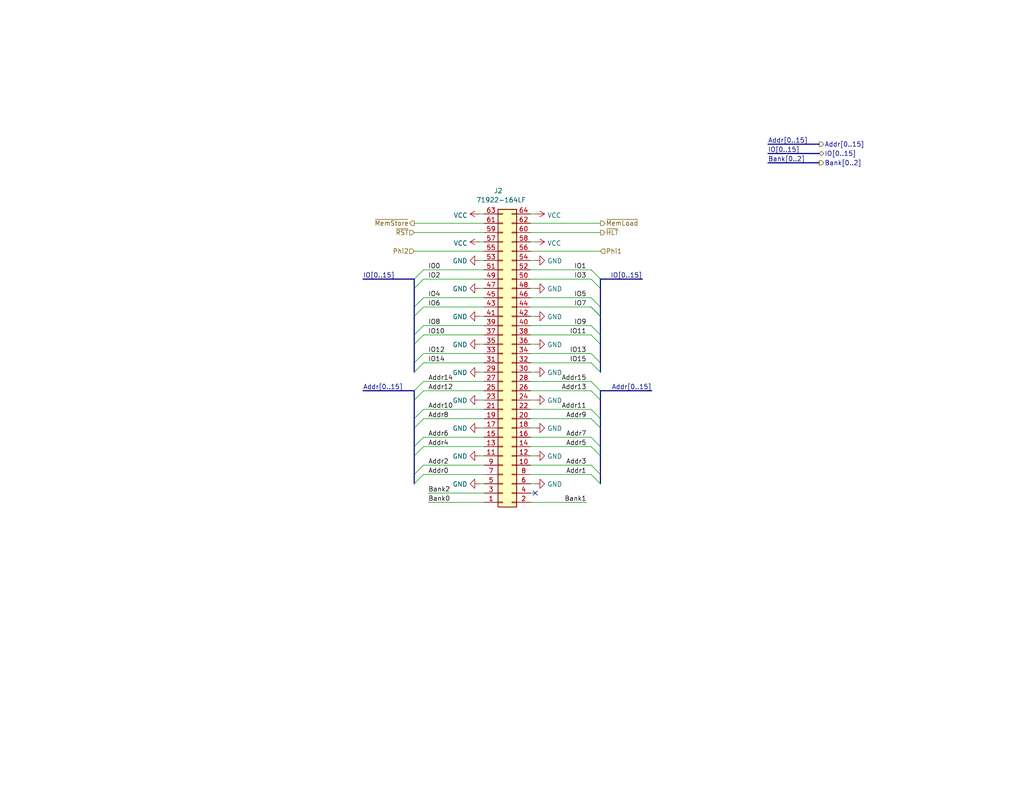
<source format=kicad_sch>
(kicad_sch (version 20230121) (generator eeschema)
  (paper "USLetter")
  (title_block (title "Turtle16: System Bus Connector") (date "2023-11-27") (rev "A") (comment 4 "Peripheral devices on separate boards connect to the system bus here."))
  (lib_symbols
    (symbol "Connector_Generic:Conn_02x32_Odd_Even" (pin_names (offset 1.016) hide)
      (property "Reference" "J" (at 1.27 40.64 0))
      (property "Value" "Conn_02x32_Odd_Even" (at 1.27 -43.18 0))
      (symbol "Conn_02x32_Odd_Even_1_1"
        (rectangle (start -1.27 -40.513) (end 0 -40.767) (stroke (width 0.1524)))
        (rectangle (start -1.27 -37.973) (end 0 -38.227) (stroke (width 0.1524)))
        (rectangle (start -1.27 -35.433) (end 0 -35.687) (stroke (width 0.1524)))
        (rectangle (start -1.27 -32.893) (end 0 -33.147) (stroke (width 0.1524)))
        (rectangle (start -1.27 -30.353) (end 0 -30.607) (stroke (width 0.1524)))
        (rectangle (start -1.27 -27.813) (end 0 -28.067) (stroke (width 0.1524)))
        (rectangle (start -1.27 -25.273) (end 0 -25.527) (stroke (width 0.1524)))
        (rectangle (start -1.27 -22.733) (end 0 -22.987) (stroke (width 0.1524)))
        (rectangle (start -1.27 -20.193) (end 0 -20.447) (stroke (width 0.1524)))
        (rectangle (start -1.27 -17.653) (end 0 -17.907) (stroke (width 0.1524)))
        (rectangle (start -1.27 -15.113) (end 0 -15.367) (stroke (width 0.1524)))
        (rectangle (start -1.27 -12.573) (end 0 -12.827) (stroke (width 0.1524)))
        (rectangle (start -1.27 -10.033) (end 0 -10.287) (stroke (width 0.1524)))
        (rectangle (start -1.27 -7.493) (end 0 -7.747) (stroke (width 0.1524)))
        (rectangle (start -1.27 -4.953) (end 0 -5.207) (stroke (width 0.1524)))
        (rectangle (start -1.27 -2.413) (end 0 -2.667) (stroke (width 0.1524)))
        (rectangle (start -1.27 0.127) (end 0 -0.127) (stroke (width 0.1524)))
        (rectangle (start -1.27 2.667) (end 0 2.413) (stroke (width 0.1524)))
        (rectangle (start -1.27 5.207) (end 0 4.953) (stroke (width 0.1524)))
        (rectangle (start -1.27 7.747) (end 0 7.493) (stroke (width 0.1524)))
        (rectangle (start -1.27 10.287) (end 0 10.033) (stroke (width 0.1524)))
        (rectangle (start -1.27 12.827) (end 0 12.573) (stroke (width 0.1524)))
        (rectangle (start -1.27 15.367) (end 0 15.113) (stroke (width 0.1524)))
        (rectangle (start -1.27 17.907) (end 0 17.653) (stroke (width 0.1524)))
        (rectangle (start -1.27 20.447) (end 0 20.193) (stroke (width 0.1524)))
        (rectangle (start -1.27 22.987) (end 0 22.733) (stroke (width 0.1524)))
        (rectangle (start -1.27 25.527) (end 0 25.273) (stroke (width 0.1524)))
        (rectangle (start -1.27 28.067) (end 0 27.813) (stroke (width 0.1524)))
        (rectangle (start -1.27 30.607) (end 0 30.353) (stroke (width 0.1524)))
        (rectangle (start -1.27 33.147) (end 0 32.893) (stroke (width 0.1524)))
        (rectangle (start -1.27 35.687) (end 0 35.433) (stroke (width 0.1524)))
        (rectangle (start -1.27 38.227) (end 0 37.973) (stroke (width 0.1524)))
        (rectangle (start -1.27 39.37) (end 3.81 -41.91) (stroke (width 0.254)) (fill (type background)))
        (rectangle (start 3.81 -40.513) (end 2.54 -40.767) (stroke (width 0.1524)))
        (rectangle (start 3.81 -37.973) (end 2.54 -38.227) (stroke (width 0.1524)))
        (rectangle (start 3.81 -35.433) (end 2.54 -35.687) (stroke (width 0.1524)))
        (rectangle (start 3.81 -32.893) (end 2.54 -33.147) (stroke (width 0.1524)))
        (rectangle (start 3.81 -30.353) (end 2.54 -30.607) (stroke (width 0.1524)))
        (rectangle (start 3.81 -27.813) (end 2.54 -28.067) (stroke (width 0.1524)))
        (rectangle (start 3.81 -25.273) (end 2.54 -25.527) (stroke (width 0.1524)))
        (rectangle (start 3.81 -22.733) (end 2.54 -22.987) (stroke (width 0.1524)))
        (rectangle (start 3.81 -20.193) (end 2.54 -20.447) (stroke (width 0.1524)))
        (rectangle (start 3.81 -17.653) (end 2.54 -17.907) (stroke (width 0.1524)))
        (rectangle (start 3.81 -15.113) (end 2.54 -15.367) (stroke (width 0.1524)))
        (rectangle (start 3.81 -12.573) (end 2.54 -12.827) (stroke (width 0.1524)))
        (rectangle (start 3.81 -10.033) (end 2.54 -10.287) (stroke (width 0.1524)))
        (rectangle (start 3.81 -7.493) (end 2.54 -7.747) (stroke (width 0.1524)))
        (rectangle (start 3.81 -4.953) (end 2.54 -5.207) (stroke (width 0.1524)))
        (rectangle (start 3.81 -2.413) (end 2.54 -2.667) (stroke (width 0.1524)))
        (rectangle (start 3.81 0.127) (end 2.54 -0.127) (stroke (width 0.1524)))
        (rectangle (start 3.81 2.667) (end 2.54 2.413) (stroke (width 0.1524)))
        (rectangle (start 3.81 5.207) (end 2.54 4.953) (stroke (width 0.1524)))
        (rectangle (start 3.81 7.747) (end 2.54 7.493) (stroke (width 0.1524)))
        (rectangle (start 3.81 10.287) (end 2.54 10.033) (stroke (width 0.1524)))
        (rectangle (start 3.81 12.827) (end 2.54 12.573) (stroke (width 0.1524)))
        (rectangle (start 3.81 15.367) (end 2.54 15.113) (stroke (width 0.1524)))
        (rectangle (start 3.81 17.907) (end 2.54 17.653) (stroke (width 0.1524)))
        (rectangle (start 3.81 20.447) (end 2.54 20.193) (stroke (width 0.1524)))
        (rectangle (start 3.81 22.987) (end 2.54 22.733) (stroke (width 0.1524)))
        (rectangle (start 3.81 25.527) (end 2.54 25.273) (stroke (width 0.1524)))
        (rectangle (start 3.81 28.067) (end 2.54 27.813) (stroke (width 0.1524)))
        (rectangle (start 3.81 30.607) (end 2.54 30.353) (stroke (width 0.1524)))
        (rectangle (start 3.81 33.147) (end 2.54 32.893) (stroke (width 0.1524)))
        (rectangle (start 3.81 35.687) (end 2.54 35.433) (stroke (width 0.1524)))
        (rectangle (start 3.81 38.227) (end 2.54 37.973) (stroke (width 0.1524)))
        (pin passive line (at -5.08 38.1 0) (length 3.81) (name "Pin_1") (number "1"))
        (pin passive line (at 7.62 27.94 180) (length 3.81) (name "Pin_10") (number "10"))
        (pin passive line (at -5.08 25.4 0) (length 3.81) (name "Pin_11") (number "11"))
        (pin passive line (at 7.62 25.4 180) (length 3.81) (name "Pin_12") (number "12"))
        (pin passive line (at -5.08 22.86 0) (length 3.81) (name "Pin_13") (number "13"))
        (pin passive line (at 7.62 22.86 180) (length 3.81) (name "Pin_14") (number "14"))
        (pin passive line (at -5.08 20.32 0) (length 3.81) (name "Pin_15") (number "15"))
        (pin passive line (at 7.62 20.32 180) (length 3.81) (name "Pin_16") (number "16"))
        (pin passive line (at -5.08 17.78 0) (length 3.81) (name "Pin_17") (number "17"))
        (pin passive line (at 7.62 17.78 180) (length 3.81) (name "Pin_18") (number "18"))
        (pin passive line (at -5.08 15.24 0) (length 3.81) (name "Pin_19") (number "19"))
        (pin passive line (at 7.62 38.1 180) (length 3.81) (name "Pin_2") (number "2"))
        (pin passive line (at 7.62 15.24 180) (length 3.81) (name "Pin_20") (number "20"))
        (pin passive line (at -5.08 12.7 0) (length 3.81) (name "Pin_21") (number "21"))
        (pin passive line (at 7.62 12.7 180) (length 3.81) (name "Pin_22") (number "22"))
        (pin passive line (at -5.08 10.16 0) (length 3.81) (name "Pin_23") (number "23"))
        (pin passive line (at 7.62 10.16 180) (length 3.81) (name "Pin_24") (number "24"))
        (pin passive line (at -5.08 7.62 0) (length 3.81) (name "Pin_25") (number "25"))
        (pin passive line (at 7.62 7.62 180) (length 3.81) (name "Pin_26") (number "26"))
        (pin passive line (at -5.08 5.08 0) (length 3.81) (name "Pin_27") (number "27"))
        (pin passive line (at 7.62 5.08 180) (length 3.81) (name "Pin_28") (number "28"))
        (pin passive line (at -5.08 2.54 0) (length 3.81) (name "Pin_29") (number "29"))
        (pin passive line (at -5.08 35.56 0) (length 3.81) (name "Pin_3") (number "3"))
        (pin passive line (at 7.62 2.54 180) (length 3.81) (name "Pin_30") (number "30"))
        (pin passive line (at -5.08 0 0) (length 3.81) (name "Pin_31") (number "31"))
        (pin passive line (at 7.62 0 180) (length 3.81) (name "Pin_32") (number "32"))
        (pin passive line (at -5.08 -2.54 0) (length 3.81) (name "Pin_33") (number "33"))
        (pin passive line (at 7.62 -2.54 180) (length 3.81) (name "Pin_34") (number "34"))
        (pin passive line (at -5.08 -5.08 0) (length 3.81) (name "Pin_35") (number "35"))
        (pin passive line (at 7.62 -5.08 180) (length 3.81) (name "Pin_36") (number "36"))
        (pin passive line (at -5.08 -7.62 0) (length 3.81) (name "Pin_37") (number "37"))
        (pin passive line (at 7.62 -7.62 180) (length 3.81) (name "Pin_38") (number "38"))
        (pin passive line (at -5.08 -10.16 0) (length 3.81) (name "Pin_39") (number "39"))
        (pin passive line (at 7.62 35.56 180) (length 3.81) (name "Pin_4") (number "4"))
        (pin passive line (at 7.62 -10.16 180) (length 3.81) (name "Pin_40") (number "40"))
        (pin passive line (at -5.08 -12.7 0) (length 3.81) (name "Pin_41") (number "41"))
        (pin passive line (at 7.62 -12.7 180) (length 3.81) (name "Pin_42") (number "42"))
        (pin passive line (at -5.08 -15.24 0) (length 3.81) (name "Pin_43") (number "43"))
        (pin passive line (at 7.62 -15.24 180) (length 3.81) (name "Pin_44") (number "44"))
        (pin passive line (at -5.08 -17.78 0) (length 3.81) (name "Pin_45") (number "45"))
        (pin passive line (at 7.62 -17.78 180) (length 3.81) (name "Pin_46") (number "46"))
        (pin passive line (at -5.08 -20.32 0) (length 3.81) (name "Pin_47") (number "47"))
        (pin passive line (at 7.62 -20.32 180) (length 3.81) (name "Pin_48") (number "48"))
        (pin passive line (at -5.08 -22.86 0) (length 3.81) (name "Pin_49") (number "49"))
        (pin passive line (at -5.08 33.02 0) (length 3.81) (name "Pin_5") (number "5"))
        (pin passive line (at 7.62 -22.86 180) (length 3.81) (name "Pin_50") (number "50"))
        (pin passive line (at -5.08 -25.4 0) (length 3.81) (name "Pin_51") (number "51"))
        (pin passive line (at 7.62 -25.4 180) (length 3.81) (name "Pin_52") (number "52"))
        (pin passive line (at -5.08 -27.94 0) (length 3.81) (name "Pin_53") (number "53"))
        (pin passive line (at 7.62 -27.94 180) (length 3.81) (name "Pin_54") (number "54"))
        (pin passive line (at -5.08 -30.48 0) (length 3.81) (name "Pin_55") (number "55"))
        (pin passive line (at 7.62 -30.48 180) (length 3.81) (name "Pin_56") (number "56"))
        (pin passive line (at -5.08 -33.02 0) (length 3.81) (name "Pin_57") (number "57"))
        (pin passive line (at 7.62 -33.02 180) (length 3.81) (name "Pin_58") (number "58"))
        (pin passive line (at -5.08 -35.56 0) (length 3.81) (name "Pin_59") (number "59"))
        (pin passive line (at 7.62 33.02 180) (length 3.81) (name "Pin_6") (number "6"))
        (pin passive line (at 7.62 -35.56 180) (length 3.81) (name "Pin_60") (number "60"))
        (pin passive line (at -5.08 -38.1 0) (length 3.81) (name "Pin_61") (number "61"))
        (pin passive line (at 7.62 -38.1 180) (length 3.81) (name "Pin_62") (number "62"))
        (pin passive line (at -5.08 -40.64 0) (length 3.81) (name "Pin_63") (number "63"))
        (pin passive line (at 7.62 -40.64 180) (length 3.81) (name "Pin_64") (number "64"))
        (pin passive line (at -5.08 30.48 0) (length 3.81) (name "Pin_7") (number "7"))
        (pin passive line (at 7.62 30.48 180) (length 3.81) (name "Pin_8") (number "8"))
        (pin passive line (at -5.08 27.94 0) (length 3.81) (name "Pin_9") (number "9"))
      )
    )
    (symbol "power:GND" (power) (pin_names (offset 0))
      (property "Value" "GND" (at 0 -3.81 0))
      (symbol "GND_0_1"
        (polyline (pts (xy 0 0) (xy 0 -1.27) (xy 1.27 -1.27) (xy 0 -2.54) (xy -1.27 -1.27) (xy 0 -1.27)))
      )
      (symbol "GND_1_1"
        (pin power_in line (at 0 0 270) (length 0) hide (name "GND") (number "1"))
      )
    )
    (symbol "power:VCC" (power) (pin_names (offset 0))
      (property "Value" "VCC" (at 0 3.81 0))
      (symbol "VCC_0_1"
        (polyline (pts (xy -0.762 1.27) (xy 0 2.54)))
        (polyline (pts (xy 0 0) (xy 0 2.54)))
        (polyline (pts (xy 0 2.54) (xy 0.762 1.27)))
      )
      (symbol "VCC_1_1"
        (pin power_in line (at 0 0 90) (length 0) hide (name "VCC") (number "1"))
      )
    )
  )
  (no_connect (at 146.05 134.62))
  (bus_entry (at 115.57 96.52) (size -2.54 2.54))
  (bus_entry (at 161.29 73.66) (size 2.54 2.54))
  (bus_entry (at 163.83 124.46) (size -2.54 -2.54))
  (bus_entry (at 115.57 104.14) (size -2.54 2.54))
  (bus_entry (at 163.83 114.3) (size -2.54 -2.54))
  (bus_entry (at 115.57 76.2) (size -2.54 2.54))
  (bus_entry (at 115.57 127) (size -2.54 2.54))
  (bus_entry (at 163.83 116.84) (size -2.54 -2.54))
  (bus_entry (at 161.29 83.82) (size 2.54 2.54))
  (bus_entry (at 115.57 81.28) (size -2.54 2.54))
  (bus_entry (at 163.83 129.54) (size -2.54 -2.54))
  (bus_entry (at 161.29 83.82) (size 2.54 2.54))
  (bus_entry (at 163.83 109.22) (size -2.54 -2.54))
  (bus_entry (at 161.29 96.52) (size 2.54 2.54))
  (bus_entry (at 115.57 129.54) (size -2.54 2.54))
  (bus_entry (at 115.57 106.68) (size -2.54 2.54))
  (bus_entry (at 115.57 99.06) (size -2.54 2.54))
  (bus_entry (at 161.29 81.28) (size 2.54 2.54))
  (bus_entry (at 161.29 88.9) (size 2.54 2.54))
  (bus_entry (at 115.57 111.76) (size -2.54 2.54))
  (bus_entry (at 115.57 91.44) (size -2.54 2.54))
  (bus_entry (at 115.57 119.38) (size -2.54 2.54))
  (bus_entry (at 163.83 132.08) (size -2.54 -2.54))
  (bus_entry (at 161.29 99.06) (size 2.54 2.54))
  (bus_entry (at 163.83 106.68) (size -2.54 -2.54))
  (bus_entry (at 115.57 88.9) (size -2.54 2.54))
  (bus_entry (at 161.29 76.2) (size 2.54 2.54))
  (bus_entry (at 115.57 121.92) (size -2.54 2.54))
  (bus_entry (at 115.57 114.3) (size -2.54 2.54))
  (bus_entry (at 161.29 91.44) (size 2.54 2.54))
  (bus_entry (at 163.83 121.92) (size -2.54 -2.54))
  (bus_entry (at 115.57 83.82) (size -2.54 2.54))
  (bus_entry (at 115.57 73.66) (size -2.54 2.54))
  (wire (pts (xy 115.57 111.76) (xy 132.08 111.76)))
  (bus (pts (xy 163.83 124.46) (xy 163.83 129.54)))
  (wire (pts (xy 146.05 93.98) (xy 144.78 93.98)))
  (bus (pts (xy 113.03 78.74) (xy 113.03 83.82)))
  (wire (pts (xy 144.78 99.06) (xy 161.29 99.06)))
  (wire (pts (xy 144.78 96.52) (xy 161.29 96.52)))
  (bus (pts (xy 113.03 91.44) (xy 113.03 93.98)))
  (wire (pts (xy 161.29 119.38) (xy 144.78 119.38)))
  (wire (pts (xy 160.02 137.16) (xy 144.78 137.16)))
  (bus (pts (xy 113.03 114.3) (xy 113.03 116.84)))
  (bus (pts (xy 163.83 106.68) (xy 163.83 109.22)))
  (wire (pts (xy 115.57 76.2) (xy 132.08 76.2)))
  (bus (pts (xy 163.83 129.54) (xy 163.83 132.08)))
  (wire (pts (xy 163.83 68.58) (xy 144.78 68.58)))
  (wire (pts (xy 130.81 58.42) (xy 132.08 58.42)))
  (bus (pts (xy 163.83 116.84) (xy 163.83 121.92)))
  (bus (pts (xy 113.03 129.54) (xy 113.03 132.08)))
  (wire (pts (xy 146.05 116.84) (xy 144.78 116.84)))
  (wire (pts (xy 115.57 114.3) (xy 132.08 114.3)))
  (wire (pts (xy 115.57 91.44) (xy 132.08 91.44)))
  (wire (pts (xy 130.81 124.46) (xy 132.08 124.46)))
  (wire (pts (xy 130.81 109.22) (xy 132.08 109.22)))
  (wire (pts (xy 115.57 96.52) (xy 132.08 96.52)))
  (wire (pts (xy 115.57 81.28) (xy 132.08 81.28)))
  (wire (pts (xy 115.57 73.66) (xy 132.08 73.66)))
  (bus (pts (xy 163.83 76.2) (xy 175.26 76.2)))
  (bus (pts (xy 113.03 86.36) (xy 113.03 91.44)))
  (bus (pts (xy 163.83 91.44) (xy 163.83 93.98)))
  (bus (pts (xy 209.55 39.37) (xy 223.52 39.37)))
  (bus (pts (xy 113.03 83.82) (xy 113.03 86.36)))
  (bus (pts (xy 113.03 124.46) (xy 113.03 129.54)))
  (wire (pts (xy 113.03 68.58) (xy 132.08 68.58)))
  (wire (pts (xy 161.29 129.54) (xy 144.78 129.54)))
  (wire (pts (xy 132.08 119.38) (xy 115.57 119.38)))
  (bus (pts (xy 209.55 44.45) (xy 223.52 44.45)))
  (wire (pts (xy 130.81 116.84) (xy 132.08 116.84)))
  (wire (pts (xy 130.81 78.74) (xy 132.08 78.74)))
  (bus (pts (xy 163.83 93.98) (xy 163.83 99.06)))
  (wire (pts (xy 144.78 111.76) (xy 161.29 111.76)))
  (bus (pts (xy 113.03 93.98) (xy 113.03 99.06)))
  (wire (pts (xy 146.05 101.6) (xy 144.78 101.6)))
  (bus (pts (xy 163.83 114.3) (xy 163.83 116.84)))
  (wire (pts (xy 146.05 78.74) (xy 144.78 78.74)))
  (wire (pts (xy 144.78 121.92) (xy 161.29 121.92)))
  (wire (pts (xy 130.81 93.98) (xy 132.08 93.98)))
  (bus (pts (xy 163.83 109.22) (xy 163.83 114.3)))
  (bus (pts (xy 99.06 76.2) (xy 113.03 76.2)))
  (wire (pts (xy 161.29 104.14) (xy 144.78 104.14)))
  (wire (pts (xy 115.57 104.14) (xy 132.08 104.14)))
  (wire (pts (xy 144.78 83.82) (xy 161.29 83.82)))
  (bus (pts (xy 209.55 41.91) (xy 223.52 41.91)))
  (wire (pts (xy 130.81 132.08) (xy 132.08 132.08)))
  (wire (pts (xy 161.29 127) (xy 144.78 127)))
  (wire (pts (xy 144.78 88.9) (xy 161.29 88.9)))
  (bus (pts (xy 113.03 106.68) (xy 113.03 109.22)))
  (wire (pts (xy 161.29 106.68) (xy 144.78 106.68)))
  (wire (pts (xy 115.57 88.9) (xy 132.08 88.9)))
  (wire (pts (xy 144.78 58.42) (xy 146.05 58.42)))
  (wire (pts (xy 161.29 73.66) (xy 144.78 73.66)))
  (bus (pts (xy 99.06 106.68) (xy 113.03 106.68)))
  (bus (pts (xy 163.83 106.68) (xy 177.8 106.68)))
  (wire (pts (xy 130.81 66.04) (xy 132.08 66.04)))
  (wire (pts (xy 115.57 127) (xy 132.08 127)))
  (wire (pts (xy 113.03 60.96) (xy 132.08 60.96)))
  (wire (pts (xy 146.05 66.04) (xy 144.78 66.04)))
  (bus (pts (xy 163.83 99.06) (xy 163.83 101.6)))
  (wire (pts (xy 144.78 91.44) (xy 161.29 91.44)))
  (wire (pts (xy 130.81 86.36) (xy 132.08 86.36)))
  (wire (pts (xy 146.05 86.36) (xy 144.78 86.36)))
  (wire (pts (xy 132.08 129.54) (xy 115.57 129.54)))
  (bus (pts (xy 163.83 76.2) (xy 163.83 78.74)))
  (bus (pts (xy 113.03 99.06) (xy 113.03 101.6)))
  (wire (pts (xy 132.08 63.5) (xy 113.03 63.5)))
  (wire (pts (xy 146.05 134.62) (xy 144.78 134.62)))
  (bus (pts (xy 113.03 109.22) (xy 113.03 114.3)))
  (wire (pts (xy 163.83 60.96) (xy 144.78 60.96)))
  (wire (pts (xy 146.05 124.46) (xy 144.78 124.46)))
  (wire (pts (xy 130.81 101.6) (xy 132.08 101.6)))
  (wire (pts (xy 115.57 121.92) (xy 132.08 121.92)))
  (wire (pts (xy 132.08 106.68) (xy 115.57 106.68)))
  (bus (pts (xy 163.83 86.36) (xy 163.83 91.44)))
  (bus (pts (xy 163.83 83.82) (xy 163.83 86.36)))
  (bus (pts (xy 163.83 78.74) (xy 163.83 83.82)))
  (wire (pts (xy 161.29 114.3) (xy 144.78 114.3)))
  (wire (pts (xy 146.05 71.12) (xy 144.78 71.12)))
  (wire (pts (xy 115.57 99.06) (xy 132.08 99.06)))
  (wire (pts (xy 144.78 81.28) (xy 161.29 81.28)))
  (wire (pts (xy 161.29 76.2) (xy 144.78 76.2)))
  (wire (pts (xy 163.83 63.5) (xy 144.78 63.5)))
  (bus (pts (xy 113.03 116.84) (xy 113.03 121.92)))
  (wire (pts (xy 115.57 83.82) (xy 132.08 83.82)))
  (wire (pts (xy 146.05 132.08) (xy 144.78 132.08)))
  (wire (pts (xy 146.05 109.22) (xy 144.78 109.22)))
  (wire (pts (xy 116.84 134.62) (xy 132.08 134.62)))
  (bus (pts (xy 113.03 76.2) (xy 113.03 78.74)))
  (bus (pts (xy 113.03 121.92) (xy 113.03 124.46)))
  (bus (pts (xy 163.83 121.92) (xy 163.83 124.46)))
  (wire (pts (xy 130.81 71.12) (xy 132.08 71.12)))
  (wire (pts (xy 116.84 137.16) (xy 132.08 137.16)))
  (label "Bank0" (at 116.84 137.16 0))
  (label "IO[0..15]" (at 99.06 76.2 0))
  (label "Bank1" (at 160.02 137.16 180))
  (label "Addr13" (at 160.02 106.68 180))
  (label "Addr4" (at 116.84 121.92 0))
  (label "IO10" (at 116.84 91.44 0))
  (label "IO6" (at 116.84 83.82 0))
  (label "IO[0..15]" (at 209.55 41.91 0))
  (label "Bank2" (at 116.84 134.62 0))
  (label "Addr8" (at 116.84 114.3 0))
  (label "Addr7" (at 160.02 119.38 180))
  (label "IO7" (at 160.02 83.82 180))
  (label "Addr1" (at 160.02 129.54 180))
  (label "Bank[0..2]" (at 209.55 44.45 0))
  (label "Addr5" (at 160.02 121.92 180))
  (label "IO0" (at 116.84 73.66 0))
  (label "Addr15" (at 160.02 104.14 180))
  (label "Addr14" (at 116.84 104.14 0))
  (label "Addr9" (at 160.02 114.3 180))
  (label "IO5" (at 160.02 81.28 180))
  (label "IO15" (at 160.02 99.06 180))
  (label "Addr12" (at 116.84 106.68 0))
  (label "Addr0" (at 116.84 129.54 0))
  (label "IO2" (at 116.84 76.2 0))
  (label "Addr[0..15]" (at 177.8 106.68 180))
  (label "IO9" (at 160.02 88.9 180))
  (label "IO11" (at 160.02 91.44 180))
  (label "Addr6" (at 116.84 119.38 0))
  (label "IO13" (at 160.02 96.52 180))
  (label "IO[0..15]" (at 175.26 76.2 180))
  (label "IO4" (at 116.84 81.28 0))
  (label "IO3" (at 160.02 76.2 180))
  (label "IO8" (at 116.84 88.9 0))
  (label "IO14" (at 116.84 99.06 0))
  (label "Addr[0..15]" (at 99.06 106.68 0))
  (label "Addr10" (at 116.84 111.76 0))
  (label "Addr3" (at 160.02 127 180))
  (label "Addr[0..15]" (at 209.55 39.37 0))
  (label "IO12" (at 116.84 96.52 0))
  (label "Addr2" (at 116.84 127 0))
  (label "Addr11" (at 160.02 111.76 180))
  (label "IO1" (at 160.02 73.66 180))
  (hierarchical_label "~{RST}" (shape input) (at 113.03 63.5 180))
  (hierarchical_label "~{HLT}" (shape output) (at 163.83 63.5 0))
  (hierarchical_label "IO[0..15]" (shape tri_state) (at 223.52 41.91 0))
  (hierarchical_label "Bank[0..2]" (shape output) (at 223.52 44.45 0))
  (hierarchical_label "~{MemStore}" (shape output) (at 113.03 60.96 180))
  (hierarchical_label "Addr[0..15]" (shape output) (at 223.52 39.37 0))
  (hierarchical_label "Phi1" (shape input) (at 163.83 68.58 0))
  (hierarchical_label "Phi2" (shape input) (at 113.03 68.58 180))
  (hierarchical_label "~{MemLoad}" (shape output) (at 163.83 60.96 0))
  (symbol (lib_id "Connector_Generic:Conn_02x32_Odd_Even") (at 137.16 99.06 0) (mirror x) (unit 1)
    (property "Reference" "J2" (at 137.16 52.07 0) (effects (justify right)))
    (property "Value" "71922-164LF" (at 143.51 54.61 0) (effects (justify right)))
    (property "Footprint" "Connector_IDC:IDC-Header_2x32_P2.54mm_Horizontal" (effects hide))
    (property "Datasheet" "https://cdn.amphenol-cs.com/media/wysiwyg/files/documentation/datasheet/boardwiretoboard/bwb_quickie.pdf" (effects hide))
    (property "Manufacturer" "Amphenol FCI" (effects hide))
    (property "Manufacturer#" "71922-164LF" (effects hide))
    (property "Mouser#" "649-71922-164LF" (effects hide))
    (property "Digikey#" "609-5971-ND" (effects hide))
  )
  (symbol (lib_id "power:GND") (at 146.05 132.08 90) (mirror x) (unit 1)
    (property "Reference" "#PWR037" (effects hide))
    (property "Value" "GND" (at 149.3012 132.207 90) (effects (justify right)))
  )
  (symbol (lib_id "power:GND") (at 146.05 78.74 90) (mirror x) (unit 1)
    (property "Reference" "#PWR030" (effects hide))
    (property "Value" "GND" (at 149.3012 78.867 90) (effects (justify right)))
  )
  (symbol (lib_id "power:GND") (at 130.81 78.74 270) (unit 1)
    (property "Reference" "#PWR019" (effects hide))
    (property "Value" "GND" (at 127.5588 78.867 90) (effects (justify right)))
  )
  (symbol (lib_id "power:VCC") (at 146.05 58.42 270) (unit 1)
    (property "Reference" "#PWR027" (effects hide))
    (property "Value" "VCC" (at 149.3012 58.801 90) (effects (justify left)))
  )
  (symbol (lib_id "power:VCC") (at 130.81 58.42 90) (mirror x) (unit 1)
    (property "Reference" "#PWR016" (effects hide))
    (property "Value" "VCC" (at 127.5842 58.801 90) (effects (justify left)))
  )
  (symbol (lib_id "power:GND") (at 130.81 116.84 270) (unit 1)
    (property "Reference" "#PWR024" (effects hide))
    (property "Value" "GND" (at 127.5588 116.967 90) (effects (justify right)))
  )
  (symbol (lib_id "power:GND") (at 130.81 132.08 270) (unit 1)
    (property "Reference" "#PWR026" (effects hide))
    (property "Value" "GND" (at 127.5588 132.207 90) (effects (justify right)))
  )
  (symbol (lib_id "power:GND") (at 130.81 109.22 270) (unit 1)
    (property "Reference" "#PWR023" (effects hide))
    (property "Value" "GND" (at 127.5588 109.347 90) (effects (justify right)))
  )
  (symbol (lib_id "power:GND") (at 146.05 86.36 90) (mirror x) (unit 1)
    (property "Reference" "#PWR031" (effects hide))
    (property "Value" "GND" (at 149.3012 86.487 90) (effects (justify right)))
  )
  (symbol (lib_id "power:GND") (at 130.81 86.36 270) (unit 1)
    (property "Reference" "#PWR020" (effects hide))
    (property "Value" "GND" (at 127.5588 86.487 90) (effects (justify right)))
  )
  (symbol (lib_id "power:GND") (at 130.81 124.46 270) (unit 1)
    (property "Reference" "#PWR025" (effects hide))
    (property "Value" "GND" (at 127.5588 124.587 90) (effects (justify right)))
  )
  (symbol (lib_id "power:GND") (at 146.05 109.22 90) (mirror x) (unit 1)
    (property "Reference" "#PWR034" (effects hide))
    (property "Value" "GND" (at 149.3012 109.347 90) (effects (justify right)))
  )
  (symbol (lib_id "power:GND") (at 146.05 116.84 90) (mirror x) (unit 1)
    (property "Reference" "#PWR035" (effects hide))
    (property "Value" "GND" (at 149.3012 116.967 90) (effects (justify right)))
  )
  (symbol (lib_id "power:GND") (at 146.05 124.46 90) (mirror x) (unit 1)
    (property "Reference" "#PWR036" (effects hide))
    (property "Value" "GND" (at 149.3012 124.587 90) (effects (justify right)))
  )
  (symbol (lib_id "power:GND") (at 130.81 71.12 270) (unit 1)
    (property "Reference" "#PWR018" (effects hide))
    (property "Value" "GND" (at 127.5588 71.247 90) (effects (justify right)))
  )
  (symbol (lib_id "power:GND") (at 146.05 71.12 90) (mirror x) (unit 1)
    (property "Reference" "#PWR029" (effects hide))
    (property "Value" "GND" (at 149.3012 71.247 90) (effects (justify right)))
  )
  (symbol (lib_id "power:GND") (at 130.81 93.98 270) (unit 1)
    (property "Reference" "#PWR021" (effects hide))
    (property "Value" "GND" (at 127.5588 94.107 90) (effects (justify right)))
  )
  (symbol (lib_id "power:GND") (at 130.81 101.6 270) (unit 1)
    (property "Reference" "#PWR022" (effects hide))
    (property "Value" "GND" (at 127.5588 101.727 90) (effects (justify right)))
  )
  (symbol (lib_id "power:GND") (at 146.05 93.98 90) (mirror x) (unit 1)
    (property "Reference" "#PWR032" (effects hide))
    (property "Value" "GND" (at 149.3012 94.107 90) (effects (justify right)))
  )
  (symbol (lib_id "power:GND") (at 146.05 101.6 90) (mirror x) (unit 1)
    (property "Reference" "#PWR033" (effects hide))
    (property "Value" "GND" (at 149.3012 101.727 90) (effects (justify right)))
  )
  (symbol (lib_id "power:VCC") (at 146.05 66.04 270) (unit 1)
    (property "Reference" "#PWR028" (effects hide))
    (property "Value" "VCC" (at 149.3012 66.421 90) (effects (justify left)))
  )
  (symbol (lib_id "power:VCC") (at 130.81 66.04 90) (mirror x) (unit 1)
    (property "Reference" "#PWR017" (effects hide))
    (property "Value" "VCC" (at 127.5842 66.421 90) (effects (justify left)))
  )
)
</source>
